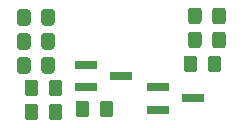
<source format=gbr>
%TF.GenerationSoftware,KiCad,Pcbnew,(5.99.0-2965-g3673c2369)*%
%TF.CreationDate,2020-08-27T12:58:16+03:00*%
%TF.ProjectId,aceitera,61636569-7465-4726-912e-6b696361645f,rev?*%
%TF.SameCoordinates,Original*%
%TF.FileFunction,Paste,Top*%
%TF.FilePolarity,Positive*%
%FSLAX46Y46*%
G04 Gerber Fmt 4.6, Leading zero omitted, Abs format (unit mm)*
G04 Created by KiCad (PCBNEW (5.99.0-2965-g3673c2369)) date 2020-08-27 12:58:16*
%MOMM*%
%LPD*%
G01*
G04 APERTURE LIST*
%ADD10R,1.900000X0.800000*%
G04 APERTURE END LIST*
%TO.C,C5*%
G36*
G01*
X109151000Y-83116000D02*
X109151000Y-84016000D01*
G75*
G02*
X108901000Y-84266000I-250000J0D01*
G01*
X108251000Y-84266000D01*
G75*
G02*
X108001000Y-84016000I0J250000D01*
G01*
X108001000Y-83116000D01*
G75*
G02*
X108251000Y-82866000I250000J0D01*
G01*
X108901000Y-82866000D01*
G75*
G02*
X109151000Y-83116000I0J-250000D01*
G01*
G37*
G36*
G01*
X111201000Y-83116000D02*
X111201000Y-84016000D01*
G75*
G02*
X110951000Y-84266000I-250000J0D01*
G01*
X110301000Y-84266000D01*
G75*
G02*
X110051000Y-84016000I0J250000D01*
G01*
X110051000Y-83116000D01*
G75*
G02*
X110301000Y-82866000I250000J0D01*
G01*
X110951000Y-82866000D01*
G75*
G02*
X111201000Y-83116000I0J-250000D01*
G01*
G37*
%TD*%
D10*
%TO.C,Q2*%
X116816000Y-84455000D03*
X113816000Y-85405000D03*
X113816000Y-83505000D03*
%TD*%
%TO.C,R3*%
G36*
G01*
X124148000Y-83889000D02*
X124148000Y-82989000D01*
G75*
G02*
X124398000Y-82739000I250000J0D01*
G01*
X125048000Y-82739000D01*
G75*
G02*
X125298000Y-82989000I0J-250000D01*
G01*
X125298000Y-83889000D01*
G75*
G02*
X125048000Y-84139000I-250000J0D01*
G01*
X124398000Y-84139000D01*
G75*
G02*
X124148000Y-83889000I0J250000D01*
G01*
G37*
G36*
G01*
X122098000Y-83889000D02*
X122098000Y-82989000D01*
G75*
G02*
X122348000Y-82739000I250000J0D01*
G01*
X122998000Y-82739000D01*
G75*
G02*
X123248000Y-82989000I0J-250000D01*
G01*
X123248000Y-83889000D01*
G75*
G02*
X122998000Y-84139000I-250000J0D01*
G01*
X122348000Y-84139000D01*
G75*
G02*
X122098000Y-83889000I0J250000D01*
G01*
G37*
%TD*%
%TO.C,R4*%
G36*
G01*
X123629000Y-78925000D02*
X123629000Y-79825000D01*
G75*
G02*
X123379000Y-80075000I-250000J0D01*
G01*
X122729000Y-80075000D01*
G75*
G02*
X122479000Y-79825000I0J250000D01*
G01*
X122479000Y-78925000D01*
G75*
G02*
X122729000Y-78675000I250000J0D01*
G01*
X123379000Y-78675000D01*
G75*
G02*
X123629000Y-78925000I0J-250000D01*
G01*
G37*
G36*
G01*
X125679000Y-78925000D02*
X125679000Y-79825000D01*
G75*
G02*
X125429000Y-80075000I-250000J0D01*
G01*
X124779000Y-80075000D01*
G75*
G02*
X124529000Y-79825000I0J250000D01*
G01*
X124529000Y-78925000D01*
G75*
G02*
X124779000Y-78675000I250000J0D01*
G01*
X125429000Y-78675000D01*
G75*
G02*
X125679000Y-78925000I0J-250000D01*
G01*
G37*
%TD*%
%TO.C,R2*%
G36*
G01*
X124529000Y-81857000D02*
X124529000Y-80957000D01*
G75*
G02*
X124779000Y-80707000I250000J0D01*
G01*
X125429000Y-80707000D01*
G75*
G02*
X125679000Y-80957000I0J-250000D01*
G01*
X125679000Y-81857000D01*
G75*
G02*
X125429000Y-82107000I-250000J0D01*
G01*
X124779000Y-82107000D01*
G75*
G02*
X124529000Y-81857000I0J250000D01*
G01*
G37*
G36*
G01*
X122479000Y-81857000D02*
X122479000Y-80957000D01*
G75*
G02*
X122729000Y-80707000I250000J0D01*
G01*
X123379000Y-80707000D01*
G75*
G02*
X123629000Y-80957000I0J-250000D01*
G01*
X123629000Y-81857000D01*
G75*
G02*
X123379000Y-82107000I-250000J0D01*
G01*
X122729000Y-82107000D01*
G75*
G02*
X122479000Y-81857000I0J250000D01*
G01*
G37*
%TD*%
%TO.C,R1*%
G36*
G01*
X109786000Y-85021000D02*
X109786000Y-85921000D01*
G75*
G02*
X109536000Y-86171000I-250000J0D01*
G01*
X108886000Y-86171000D01*
G75*
G02*
X108636000Y-85921000I0J250000D01*
G01*
X108636000Y-85021000D01*
G75*
G02*
X108886000Y-84771000I250000J0D01*
G01*
X109536000Y-84771000D01*
G75*
G02*
X109786000Y-85021000I0J-250000D01*
G01*
G37*
G36*
G01*
X111836000Y-85021000D02*
X111836000Y-85921000D01*
G75*
G02*
X111586000Y-86171000I-250000J0D01*
G01*
X110936000Y-86171000D01*
G75*
G02*
X110686000Y-85921000I0J250000D01*
G01*
X110686000Y-85021000D01*
G75*
G02*
X110936000Y-84771000I250000J0D01*
G01*
X111586000Y-84771000D01*
G75*
G02*
X111836000Y-85021000I0J-250000D01*
G01*
G37*
%TD*%
%TO.C,Q1*%
X122912000Y-86360000D03*
X119912000Y-87310000D03*
X119912000Y-85410000D03*
%TD*%
%TO.C,C7*%
G36*
G01*
X109151000Y-81084000D02*
X109151000Y-81984000D01*
G75*
G02*
X108901000Y-82234000I-250000J0D01*
G01*
X108251000Y-82234000D01*
G75*
G02*
X108001000Y-81984000I0J250000D01*
G01*
X108001000Y-81084000D01*
G75*
G02*
X108251000Y-80834000I250000J0D01*
G01*
X108901000Y-80834000D01*
G75*
G02*
X109151000Y-81084000I0J-250000D01*
G01*
G37*
G36*
G01*
X111201000Y-81084000D02*
X111201000Y-81984000D01*
G75*
G02*
X110951000Y-82234000I-250000J0D01*
G01*
X110301000Y-82234000D01*
G75*
G02*
X110051000Y-81984000I0J250000D01*
G01*
X110051000Y-81084000D01*
G75*
G02*
X110301000Y-80834000I250000J0D01*
G01*
X110951000Y-80834000D01*
G75*
G02*
X111201000Y-81084000I0J-250000D01*
G01*
G37*
%TD*%
%TO.C,C1*%
G36*
G01*
X110051000Y-79952000D02*
X110051000Y-79052000D01*
G75*
G02*
X110301000Y-78802000I250000J0D01*
G01*
X110951000Y-78802000D01*
G75*
G02*
X111201000Y-79052000I0J-250000D01*
G01*
X111201000Y-79952000D01*
G75*
G02*
X110951000Y-80202000I-250000J0D01*
G01*
X110301000Y-80202000D01*
G75*
G02*
X110051000Y-79952000I0J250000D01*
G01*
G37*
G36*
G01*
X108001000Y-79952000D02*
X108001000Y-79052000D01*
G75*
G02*
X108251000Y-78802000I250000J0D01*
G01*
X108901000Y-78802000D01*
G75*
G02*
X109151000Y-79052000I0J-250000D01*
G01*
X109151000Y-79952000D01*
G75*
G02*
X108901000Y-80202000I-250000J0D01*
G01*
X108251000Y-80202000D01*
G75*
G02*
X108001000Y-79952000I0J250000D01*
G01*
G37*
%TD*%
%TO.C,R5*%
G36*
G01*
X109786000Y-87053000D02*
X109786000Y-87953000D01*
G75*
G02*
X109536000Y-88203000I-250000J0D01*
G01*
X108886000Y-88203000D01*
G75*
G02*
X108636000Y-87953000I0J250000D01*
G01*
X108636000Y-87053000D01*
G75*
G02*
X108886000Y-86803000I250000J0D01*
G01*
X109536000Y-86803000D01*
G75*
G02*
X109786000Y-87053000I0J-250000D01*
G01*
G37*
G36*
G01*
X111836000Y-87053000D02*
X111836000Y-87953000D01*
G75*
G02*
X111586000Y-88203000I-250000J0D01*
G01*
X110936000Y-88203000D01*
G75*
G02*
X110686000Y-87953000I0J250000D01*
G01*
X110686000Y-87053000D01*
G75*
G02*
X110936000Y-86803000I250000J0D01*
G01*
X111586000Y-86803000D01*
G75*
G02*
X111836000Y-87053000I0J-250000D01*
G01*
G37*
%TD*%
%TO.C,C3*%
G36*
G01*
X114104000Y-86799000D02*
X114104000Y-87699000D01*
G75*
G02*
X113854000Y-87949000I-250000J0D01*
G01*
X113204000Y-87949000D01*
G75*
G02*
X112954000Y-87699000I0J250000D01*
G01*
X112954000Y-86799000D01*
G75*
G02*
X113204000Y-86549000I250000J0D01*
G01*
X113854000Y-86549000D01*
G75*
G02*
X114104000Y-86799000I0J-250000D01*
G01*
G37*
G36*
G01*
X116154000Y-86799000D02*
X116154000Y-87699000D01*
G75*
G02*
X115904000Y-87949000I-250000J0D01*
G01*
X115254000Y-87949000D01*
G75*
G02*
X115004000Y-87699000I0J250000D01*
G01*
X115004000Y-86799000D01*
G75*
G02*
X115254000Y-86549000I250000J0D01*
G01*
X115904000Y-86549000D01*
G75*
G02*
X116154000Y-86799000I0J-250000D01*
G01*
G37*
%TD*%
M02*

</source>
